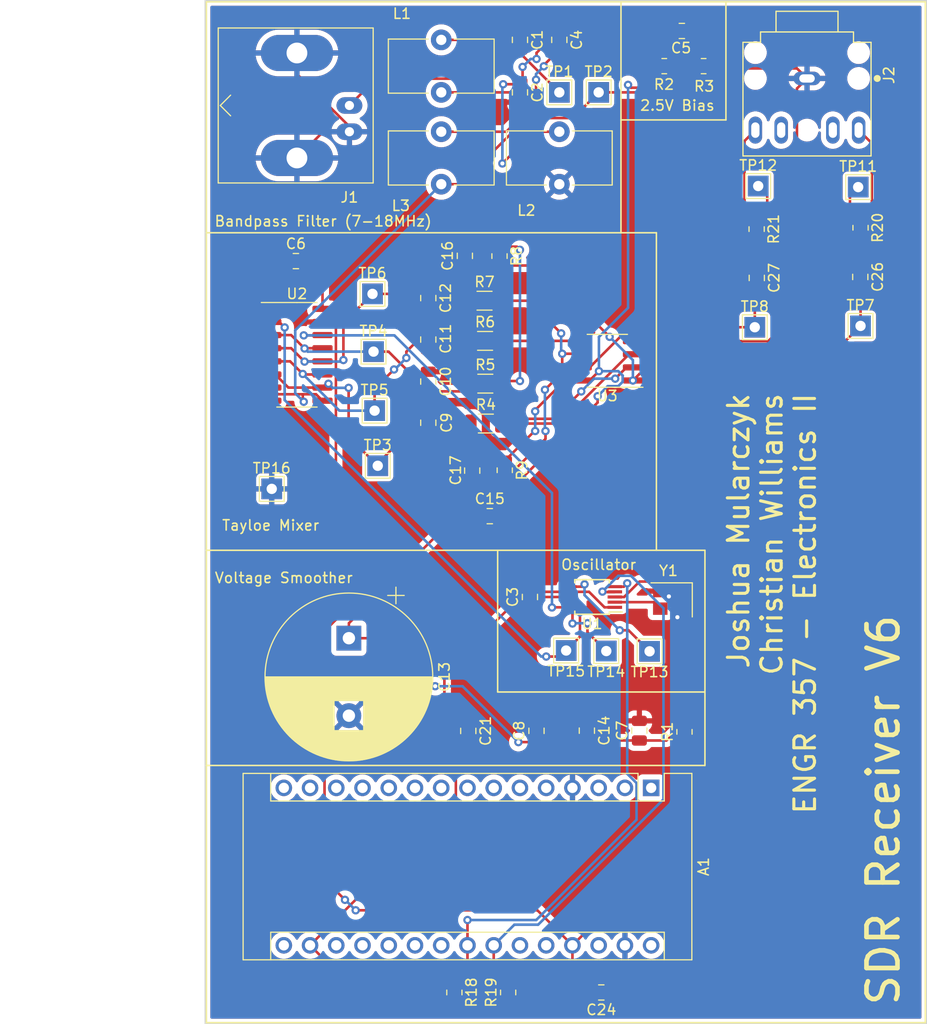
<source format=kicad_pcb>
(kicad_pcb (version 20211014) (generator pcbnew)
  (layers (0 "F.Cu" signal) (31 "B.Cu" signal) (34 "B.Paste" user) (35 "F.Paste" user) (36 "B.SilkS" user "B.Silkscreen") (37 "F.SilkS" user "F.Silkscreen") (38 "B.Mask" user) (39 "F.Mask" user) (44 "Edge.Cuts" user))
  (net 0 "")
  (net 1 "Net-(C10-Pad2)")
  (net 2 "Net-(C9-Pad1)")
  (net 3 "Net-(L3-Pad2)")
  (net 4 "Net-(C1-Pad2)")
  (net 5 "Net-(TP13-Pad1)")
  (net 6 "GND")
  (net 7 "Net-(TP15-Pad1)")
  (net 8 "Net-(TP14-Pad1)")
  (net 9 "Net-(C27-Pad1)")
  (net 10 "Net-(C26-Pad1)")
  (net 11 "Net-(C17-Pad1)")
  (net 12 "Net-(C16-Pad1)")
  (net 13 "Net-(C12-Pad2)")
  (net 14 "Net-(C11-Pad1)")
  (net 15 "Net-(R4-Pad2)")
  (net 16 "Net-(C17-Pad2)")
  (net 17 "Net-(R6-Pad2)")
  (net 18 "Net-(C16-Pad2)")
  (net 19 "+5V")
  (net 20 "Filtered 5V")
  (net 21 "/SDA")
  (net 22 "+3V3")
  (net 23 "/SCL")
  (net 24 "Net-(J2-Pad3)")
  (net 25 "Net-(J2-Pad2)")
  (net 26 "Net-(U1-Pad2)")
  (net 27 "Net-(U1-Pad3)")
  (net 52 "Net-(C2-Pad1)")
  (net 53 "Net-(C1-Pad1)")
  (net 54 "Net-(C4-Pad2)")
  (footprint "Module:Arduino_Nano" (layer "F.Cu") (at 119.38 127.01 -90)
    (fp_text reference "A1")
    (fp_text value "Arduino_Nano_v3.x")
  )
  (footprint "TestPoint:TestPoint_THTPad_2.0x2.0mm_Drill1.0mm" (layer "F.Cu") (at 92.9132 95.8342)
    (fp_text reference "TP3")
    (fp_text value "TestPoint")
  )
  (footprint "Capacitor_SMD:C_0805_2012Metric" (layer "F.Cu") (at 97.8047 83.6168 -90)
    (fp_text reference "C11")
    (fp_text value "5n")
  )
  (footprint "Capacitor_SMD:C_0805_2012Metric" (layer "F.Cu") (at 97.8047 87.6808 -90)
    (fp_text reference "C10")
    (fp_text value "5n")
  )
  (footprint "CUI_SJ1-3225N:CUI_SJ1-3525N" (layer "F.Cu") (at 134.4676 58.3438 -90)
    (fp_text reference "J2")
    (fp_text value "SJ1-3525N")
  )
  (footprint "Capacitor_SMD:C_0805_2012Metric" (layer "F.Cu") (at 101.346 75.5142 90)
    (fp_text reference "C16")
    (fp_text value "75p")
  )
  (footprint "Capacitor_SMD:C_0805_2012Metric" (layer "F.Cu") (at 106.68 54.61 -90)
    (fp_text reference "C1")
    (fp_text value "270p")
  )
  (footprint "Capacitor_SMD:C_0805_2012Metric" (layer "F.Cu") (at 114.554 146.812 180)
    (fp_text reference "C24")
    (fp_text value "0.1u")
  )
  (footprint "Capacitor_SMD:C_0805_2012Metric" (layer "F.Cu") (at 139.6238 77.5564 -90)
    (fp_text reference "C26")
    (fp_text value "10u")
  )
  (footprint "Inductor_THT:L_Toroid_Vertical_L10.0mm_W5.0mm_P5.08mm" (layer "F.Cu") (at 99.06 54.61)
    (fp_text reference "L1")
    (fp_text value "750n")
  )
  (footprint "TestPoint:TestPoint_THTPad_2.0x2.0mm_Drill1.0mm" (layer "F.Cu") (at 110.49 59.69)
    (fp_text reference "TP1")
    (fp_text value "TestPoint")
  )
  (footprint "Package_SO:SOIC-8_3.9x4.9mm_P1.27mm" (layer "F.Cu") (at 115.1382 85.6742 180)
    (fp_text reference "U3")
    (fp_text value "LT6231")
  )
  (footprint "Resistor_SMD:R_0805_2012Metric" (layer "F.Cu") (at 124.46 57.15)
    (fp_text reference "R3")
    (fp_text value "10k")
  )
  (footprint "TestPoint:TestPoint_THTPad_2.0x2.0mm_Drill1.0mm" (layer "F.Cu") (at 111.1504 113.7158 180)
    (fp_text reference "TP15")
    (fp_text value "TestPoint")
  )
  (footprint "TestPoint:TestPoint_THTPad_2.0x2.0mm_Drill1.0mm" (layer "F.Cu") (at 139.4206 68.8594)
    (fp_text reference "TP11")
    (fp_text value "TestPoint")
  )
  (footprint "Capacitor_SMD:C_0805_2012Metric" (layer "F.Cu") (at 101.6762 121.4984 -90)
    (fp_text reference "C21")
    (fp_text value "0.1u")
  )
  (footprint "Resistor_SMD:R_1206_3216Metric" (layer "F.Cu") (at 103.251 79.8576)
    (fp_text reference "R7")
    (fp_text value "200")
  )
  (footprint "Capacitor_SMD:C_0805_2012Metric" (layer "F.Cu") (at 103.759 100.711)
    (fp_text reference "C15")
    (fp_text value "0.1u")
  )
  (footprint "Capacitor_SMD:C_0805_2012Metric" (layer "F.Cu") (at 84.9884 76.0222)
    (fp_text reference "C6")
    (fp_text value "0.1u")
  )
  (footprint "Capacitor_SMD:C_0805_2012Metric" (layer "F.Cu") (at 107.6452 108.5342 90)
    (fp_text reference "C3")
    (fp_text value "0.1u")
  )
  (footprint "Resistor_SMD:R_0805_2012Metric" (layer "F.Cu") (at 100.33 146.812 -90)
    (fp_text reference "R18")
    (fp_text value "4.7k")
  )
  (footprint "Resistor_SMD:R_1206_3216Metric" (layer "F.Cu") (at 103.3018 83.7438)
    (fp_text reference "R6")
    (fp_text value "200")
  )
  (footprint "TestPoint:TestPoint_THTPad_2.0x2.0mm_Drill1.0mm" (layer "F.Cu") (at 92.5068 84.7852)
    (fp_text reference "TP4")
    (fp_text value "TestPoint")
  )
  (footprint "TestPoint:TestPoint_THTPad_2.0x2.0mm_Drill1.0mm" (layer "F.Cu") (at 129.7432 68.7578)
    (fp_text reference "TP12")
    (fp_text value "TestPoint")
  )
  (footprint "TestPoint:TestPoint_THTPad_2.0x2.0mm_Drill1.0mm" (layer "F.Cu") (at 129.413 82.423)
    (fp_text reference "TP8")
    (fp_text value "TestPoint")
  )
  (footprint "Resistor_SMD:R_0805_2012Metric" (layer "F.Cu") (at 120.65 57.15)
    (fp_text reference "R2")
    (fp_text value "10k")
  )
  (footprint "TestPoint:TestPoint_THTPad_2.0x2.0mm_Drill1.0mm" (layer "F.Cu") (at 82.6516 98.0694)
    (fp_text reference "TP16")
    (fp_text value "TestPoint")
  )
  (footprint "Capacitor_THT:CP_Radial_D16.0mm_P7.50mm" (layer "F.Cu") (at 90.1192 112.522 -90)
    (fp_text reference "C13")
    (fp_text value "8200u")
  )
  (footprint "TestPoint:TestPoint_THTPad_2.0x2.0mm_Drill1.0mm" (layer "F.Cu") (at 119.2276 113.792 180)
    (fp_text reference "TP13")
    (fp_text value "TestPoint")
  )
  (footprint "Resistor_SMD:R_1206_3216Metric" (layer "F.Cu") (at 103.3272 87.884)
    (fp_text reference "R5")
    (fp_text value "200")
  )
  (footprint "Capacitor_SMD:C_0805_2012Metric" (layer "F.Cu") (at 108.2802 121.4882 90)
    (fp_text reference "C8")
    (fp_text value "100n")
  )
  (footprint "Connector_Coaxial:BNC_Amphenol_B6252HB-NPP3G-50_Horizontal" (layer "F.Cu") (at 90.17 60.96 90)
    (fp_text reference "J1")
    (fp_text value "Conn_Coaxial")
  )
  (footprint "Resistor_SMD:R_0805_2012Metric" (layer "F.Cu") (at 104.6988 75.5377 -90)
    (fp_text reference "R8")
    (fp_text value "22k")
  )
  (footprint "Capacitor_SMD:C_0805_2012Metric" (layer "F.Cu") (at 110.49 54.61 -90)
    (fp_text reference "C4")
    (fp_text value "270p")
  )
  (footprint "TestPoint:TestPoint_THTPad_2.0x2.0mm_Drill1.0mm" (layer "F.Cu") (at 115.0366 113.7666 180)
    (fp_text reference "TP14")
    (fp_text value "TestPoint")
  )
  (footprint "Capacitor_SMD:C_0805_2012Metric" (layer "F.Cu") (at 122.3518 53.7464 180)
    (fp_text reference "C5")
    (fp_text value "0.1u")
  )
  (footprint "Crystal:Crystal_SMD_3225-4Pin_3.2x2.5mm" (layer "F.Cu") (at 121.3612 108.8136 180)
    (fp_text reference "Y1")
    (fp_text value "Crystal_GND24_Small")
  )
  (footprint "Resistor_SMD:R_1206_3216Metric" (layer "F.Cu") (at 103.378 91.7448)
    (fp_text reference "R4")
    (fp_text value "200")
  )
  (footprint "TestPoint:TestPoint_THTPad_2.0x2.0mm_Drill1.0mm" (layer "F.Cu") (at 139.6492 82.296)
    (fp_text reference "TP7")
    (fp_text value "TestPoint")
  )
  (footprint "Capacitor_SMD:C_0805_2012Metric" (layer "F.Cu") (at 102.0572 96.3016 -90)
    (fp_text reference "C17")
    (fp_text value "75p")
  )
  (footprint "TestPoint:TestPoint_THTPad_2.0x2.0mm_Drill1.0mm" (layer "F.Cu") (at 92.4052 79.1972)
    (fp_text reference "TP6")
    (fp_text value "TestPoint")
  )
  (footprint "Capacitor_SMD:C_0805_2012Metric" (layer "F.Cu") (at 97.8047 79.6036 -90)
    (fp_text reference "C12")
    (fp_text value "5n")
  )
  (footprint "Capacitor_SMD:C_0805_2012Metric" (layer "F.Cu") (at 97.8047 91.6686 -90)
    (fp_text reference "C9")
    (fp_text value "5n")
  )
  (footprint "Capacitor_SMD:C_0805_2012Metric" (layer "F.Cu") (at 106.68 59.69 -90)
    (fp_text reference "C2")
    (fp_text value "560p")
  )
  (footprint "TestPoint:TestPoint_THTPad_2.0x2.0mm_Drill1.0mm" (layer "F.Cu") (at 114.3 59.69)
    (fp_text reference "TP2")
    (fp_text value "TestPoint")
  )
  (footprint "Inductor_THT:L_Toroid_Vertical_L10.0mm_W5.0mm_P5.08mm" (layer "F.Cu") (at 110.49 63.5)
    (fp_text reference "L2")
    (fp_text value "360n")
  )
  (footprint "Capacitor_SMD:C_0805_2012Metric" (layer "F.Cu") (at 118.237 121.473 90)
    (fp_text reference "C7")
    (fp_text value "10n")
  )
  (footprint "Package_SO:MSOP-10_3x3mm_P0.5mm" (layer "F.Cu") (at 113.665 108.5342 180)
    (fp_text reference "U1")
    (fp_text value "Si5351A-B-GT")
  )
  (footprint "Capacitor_SMD:C_0805_2012Metric" (layer "F.Cu") (at 113.157 121.473 -90)
    (fp_text reference "C14")
    (fp_text value "0.1u")
  )
  (footprint "TestPoint:TestPoint_THTPad_2.0x2.0mm_Drill1.0mm" (layer "F.Cu") (at 92.6084 90.5002)
    (fp_text reference "TP5")
    (fp_text value "TestPoint")
  )
  (footprint "Resistor_SMD:R_0805_2012Metric" (layer "F.Cu") (at 139.6492 72.7945 -90)
    (fp_text reference "R20")
    (fp_text value "100")
  )
  (footprint "Resistor_SMD:R_0805_2012Metric" (layer "F.Cu") (at 122.6058 121.5879 90)
    (fp_text reference "R1")
    (fp_text value "1")
  )
  (footprint "Resistor_SMD:R_0805_2012Metric" (layer "F.Cu") (at 105.2068 96.266 90)
    (fp_text reference "R9")
    (fp_text value "22k")
  )
  (footprint "Inductor_THT:L_Toroid_Vertical_L10.0mm_W5.0mm_P5.08mm" (layer "F.Cu") (at 99.06 63.5)
    (fp_text reference "L3")
    (fp_text value "750n")
  )
  (footprint "Resistor_SMD:R_0805_2012Metric" (layer "F.Cu") (at 105.537 146.812 90)
    (fp_text reference "R19")
    (fp_text value "4.7k")
  )
  (footprint "Package_SO:SOIC-16_3.9x9.9mm_P1.27mm" (layer "F.Cu") (at 85.09 85.09)
    (fp_text reference "U2")
    (fp_text value "SN74CBT3253")
  )
  (footprint "Capacitor_SMD:C_0805_2012Metric" (layer "F.Cu") (at 129.606 77.6516 -90)
    (fp_text reference "C27")
    (fp_text value "10u")
  )
  (footprint "Resistor_SMD:R_0805_2012Metric" (layer "F.Cu") (at 129.5908 72.9253 -90)
    (fp_text reference "R21")
    (fp_text value "100")
  )
  (gr_line (start 119.888 73.279) (end 119.888 104.013) (layer "F.SilkS") (width 0.15))
  (gr_line (start 104.521 104.013) (end 104.521 117.729) (layer "F.SilkS") (width 0.15))
  (gr_line (start 124.587 124.841) (end 76.327 124.841) (layer "F.SilkS") (width 0.15))
  (gr_line (start 145.923 50.927) (end 76.327 50.927) (layer "F.SilkS") (width 0.15))
  (gr_line (start 76.327 149.733) (end 145.923 149.733) (layer "F.SilkS") (width 0.15))
  (gr_line (start 126.619 62.357) (end 116.459 62.357) (layer "F.SilkS") (width 0.15))
  (gr_line (start 116.459 73.279) (end 119.888 73.279) (layer "F.SilkS") (width 0.15))
  (gr_line (start 76.327 104.013) (end 76.327 149.733) (layer "F.SilkS") (width 0.15))
  (gr_line (start 76.327 50.927) (end 76.327 104.013) (layer "F.SilkS") (width 0.15))
  (gr_line (start 124.587 104.013) (end 124.587 124.841) (layer "F.SilkS") (width 0.15))
  (gr_line (start 126.619 62.357) (end 126.619 50.927) (layer "F.SilkS") (width 0.15))
  (gr_line (start 116.459 73.279) (end 116.459 50.927) (layer "F.SilkS") (width 0.15))
  (gr_line (start 76.327 73.279) (end 116.459 73.279) (layer "F.SilkS") (width 0.15))
  (gr_line (start 104.521 117.729) (end 124.587 117.729) (layer "F.SilkS") (width 0.15))
  (gr_line (start 76.327 104.013) (end 124.587 104.013) (layer "F.SilkS") (width 0.15))
  (gr_line (start 145.923 149.733) (end 145.923 50.927) (layer "F.SilkS") (width 0.15))
  (gr_line (start 76.2 149.86) (end 76.2 50.8) (layer "Edge.Cuts") (width 0.1))
  (gr_line (start 76.2 50.8) (end 146.05 50.8) (layer "Edge.Cuts") (width 0.1))
  (gr_line (start 146.05 50.8) (end 146.05 149.86) (layer "Edge.Cuts") (width 0.1))
  (gr_line (start 146.05 149.86) (end 76.2 149.86) (layer "Edge.Cuts") (width 0.1))
  (gr_text "Tayloe Mixer" (at 82.55 101.6) (layer "F.SilkS") (effects (font (size 1 1))))
  (gr_text "SDR Receiver V6" (at 141.859 129.159 90) (layer "F.SilkS") (effects (font (size 3 3) (thickness 0.45))))
  (gr_text "2.5V Bias" (at 121.92 60.96) (layer "F.SilkS") (effects (font (size 1 1))))
  (gr_text "Voltage Smoother" (at 83.82 106.68) (layer "F.SilkS") (effects (font (size 1 1))))
  (gr_text "Bandpass Filter (7-18MHz)" (at 87.63 72.1614) (layer "F.SilkS") (effects (font (size 1 1))))
  (gr_text "Joshua Mularczyk\nChristian Williams\nENGR 357 - Electronics II" (at 131.064 88.646 90) (layer "F.SilkS") (effects (font (size 2 2) (thickness 0.3)) (justify right)))
  (gr_text "Oscillator" (at 114.3 105.41) (layer "F.SilkS") (effects (font (size 1 1))))
  (segment (start 84.5312 83.185) (end 85.8266 84.4804) (width 0.25) (layer "F.Cu") (net 1))
  (segment (start 82.615 83.185) (end 84.5312 83.185) (width 0.25) (layer "F.Cu") (net 1))
  (segment (start 97.8047 88.6308) (end 101.1179 88.6308) (width 0.25) (layer "F.Cu") (net 1))
  (segment (start 101.1179 88.6308) (end 101.8647 87.884) (width 0.25) (layer "F.Cu") (net 1))
  (segment (start 92.5068 84.7852) (end 93.9591 84.7852) (width 0.25) (layer "F.Cu") (net 1))
  (segment (start 85.852 84.455) (end 85.8266 84.4804) (width 0.25) (layer "F.Cu") (net 1))
  (segment (start 87.565 84.455) (end 85.852 84.455) (width 0.25) (layer "F.Cu") (net 1))
  (segment (start 93.9591 84.7852) (end 97.8047 88.6308) (width 0.25) (layer "F.Cu") (net 1))
  (via (at 85.8266 84.4804) (size 0.8) (drill 0.4) (layers "F.Cu" "B.Cu") (net 1))
  (segment (start 86.1314 84.7852) (end 92.5068 84.7852) (width 0.25) (layer "B.Cu") (net 1))
  (segment (start 85.8266 84.4804) (end 86.1314 84.7852) (width 0.25) (layer "B.Cu") (net 1))
  (segment (start 87.9355 87.8945) (end 87.565 88.265) (width 0.25) (layer "F.Cu") (net 2))
  (segment (start 82.991072 86.995) (end 84.261072 88.265) (width 0.25) (layer "F.Cu") (net 2))
  (segment (start 84.261072 88.265) (end 87.565 88.265) (width 0.25) (layer "F.Cu") (net 2))
  (segment (start 90.0938 93.0148) (end 90.0938 88.2904) (width 0.25) (layer "F.Cu") (net 2))
  (segment (start 92.9132 95.8342) (end 90.0938 93.0148) (width 0.25) (layer "F.Cu") (net 2))
  (segment (start 100.8893 90.7186) (end 101.9155 91.7448) (width 0.25) (layer "F.Cu") (net 2))
  (segment (start 82.615 86.995) (end 82.991072 86.995) (width 0.25) (layer "F.Cu") (net 2))
  (segment (start 97.8047 90.7186) (end 100.8893 90.7186) (width 0.25) (layer "F.Cu") (net 2))
  (segment (start 92.9132 95.8342) (end 92.9132 95.6101) (width 0.25) (layer "F.Cu") (net 2))
  (segment (start 88.14002 87.8945) (end 87.9355 87.8945) (width 0.25) (layer "F.Cu") (net 2))
  (segment (start 92.9132 95.6101) (end 97.8047 90.7186) (width 0.25) (layer "F.Cu") (net 2))
  (via (at 88.14002 87.8945) (size 0.8) (drill 0.4) (layers "F.Cu" "B.Cu") (net 2))
  (via (at 90.0938 88.2904) (size 0.8) (drill 0.4) (layers "F.Cu" "B.Cu") (net 2))
  (segment (start 88.53592 88.2904) (end 88.14002 87.8945) (width 0.25) (layer "B.Cu") (net 2))
  (segment (start 90.0938 88.2904) (end 88.53592 88.2904) (width 0.25) (layer "B.Cu") (net 2))
  (segment (start 114.3 59.69) (end 119.0225 59.69) (width 0.25) (layer "F.Cu") (net 3))
  (segment (start 119.0225 59.69) (end 121.5625 57.15) (width 0.25) (layer "F.Cu") (net 3))
  (segment (start 114.3 59.69) (end 111.814511 62.175489) (width 0.25) (layer "F.Cu") (net 3))
  (segment (start 111.814511 62.175489) (end 107.317722 62.175489) (width 0.25) (layer "F.Cu") (net 3))
  (segment (start 85.65928 88.91048) (end 86.94048 88.91048) (width 0.25) (layer "F.Cu") (net 3))
  (segment (start 85.65928 89.54548) (end 85.7504 89.6366) (width 0.25) (layer "F.Cu") (net 3))
  (segment (start 86.94048 88.91048) (end 87.565 89.535) (width 0.25) (layer "F.Cu") (net 3))
  (segment (start 100.913211 68.58) (end 99.06 68.58) (width 0.25) (layer "F.Cu") (net 3))
  (segment (start 107.317722 62.175489) (end 100.913211 68.58) (width 0.25) (layer "F.Cu") (net 3))
  (segment (start 82.615 88.265) (end 83.26048 88.91048) (width 0.25) (layer "F.Cu") (net 3))
  (segment (start 83.26048 88.91048) (end 85.65928 88.91048) (width 0.25) (layer "F.Cu") (net 3))
  (segment (start 85.65928 88.91048) (end 85.65928 89.54548) (width 0.25) (layer "F.Cu") (net 3))
  (segment (start 121.5625 57.15) (end 123.5475 57.15) (width 0.25) (layer "F.Cu") (net 3))
  (via (at 85.7504 89.6366) (size 0.8) (drill 0.4) (layers "F.Cu" "B.Cu") (net 3))
  (segment (start 85.7504 89.6366) (end 84.924289 88.810489) (width 0.25) (layer "B.Cu") (net 3))
  (segment (start 84.924289 82.715711) (end 99.06 68.58) (width 0.25) (layer "B.Cu") (net 3))
  (segment (start 84.924289 88.810489) (end 84.924289 82.715711) (width 0.25) (layer "B.Cu") (net 3))
  (segment (start 106.68 55.88) (end 110.49 59.69) (width 0.25) (layer "F.Cu") (net 4))
  (segment (start 92.764511 58.365489) (end 103.874511 58.365489) (width 0.25) (layer "F.Cu") (net 4))
  (segment (start 90.17 60.96) (end 92.764511 58.365489) (width 0.25) (layer "F.Cu") (net 4))
  (segment (start 103.874511 58.365489) (end 106.68 55.56) (width 0.25) (layer "F.Cu") (net 4))
  (segment (start 106.68 55.56) (end 106.68 55.88) (width 0.25) (layer "F.Cu") (net 4))
  (segment (start 111.465 107.5342) (end 112.707738 107.5342) (width 0.25) (layer "F.Cu") (net 5))
  (segment (start 117.1956 111.76) (end 119.2276 113.792) (width 0.25) (layer "F.Cu") (net 5))
  (segment (start 112.707738 107.5342) (end 112.932238 107.3097) (width 0.25) (layer "F.Cu") (net 5))
  (segment (start 116.339801 111.76) (end 117.1956 111.76) (width 0.25) (layer "F.Cu") (net 5))
  (via (at 112.932238 107.3097) (size 0.8) (drill 0.4) (layers "F.Cu" "B.Cu") (net 5))
  (via (at 116.339801 111.76) (size 0.8) (drill 0.4) (layers "F.Cu" "B.Cu") (net 5))
  (segment (start 112.932238 107.3097) (end 112.932238 108.352437) (width 0.25) (layer "B.Cu") (net 5))
  (segment (start 112.932238 108.352437) (end 116.339801 111.76) (width 0.25) (layer "B.Cu") (net 5))
  (segment (start 130.715822 83.7692) (end 117.6132 83.7692) (width 0.25) (layer "F.Cu") (net 6))
  (segment (start 107.6452 109.4842) (end 108.5952 108.5342) (width 0.25) (layer "F.Cu") (net 6))
  (segment (start 120.580943 107.9636) (end 121.097032 108.479689) (width 0.25) (layer "F.Cu") (net 6))
  (segment (start 121.92 110.49) (end 121.92 110.2048) (width 0.25) (layer "F.Cu") (net 6))
  (segment (start 133.493079 80.991943) (end 130.715822 83.7692) (width 0.25) (layer "F.Cu") (net 6))
  (segment (start 87.63 63.5) (end 90.17 63.5) (width 0.25) (layer "F.Cu") (net 6))
  (segment (start 133.493079 57.369279) (end 125.591779 57.369279) (width 0.25) (layer "F.Cu") (net 6))
  (segment (start 85.09 57.920311) (end 90.17 63.000311) (width 0.25) (layer "F.Cu") (net 6))
  (segment (start 108.5952 108.5342) (end 111.465 108.5342) (width 0.25) (layer "F.Cu") (net 6))
  (segment (start 121.92 110.2048) (end 122.4612 109.6636) (width 0.25) (layer "F.Cu") (net 6))
  (segment (start 85.09 66.04) (end 87.63 63.5) (width 0.25) (layer "F.Cu") (net 6))
  (segment (start 90.17 63.000311) (end 90.17 63.5) (width 0.25) (layer "F.Cu") (net 6))
  (segment (start 120.2612 107.9636) (end 120.580943 107.9636) (width 0.25) (layer "F.Cu") (net 6))
  (segment (start 133.493079 59.318321) (end 133.493079 80.991943) (width 0.25) (layer "F.Cu") (net 6))
  (segment (start 134.4676 58.3438) (end 133.493079 59.318321) (width 0.25) (layer "F.Cu") (net 6))
  (segment (start 125.591779 57.369279) (end 125.3725 57.15) (width 0.25) (layer "F.Cu") (net 6))
  (segment (start 85.09 55.88) (end 85.09 57.920311) (width 0.25) (layer "F.Cu") (net 6))
  (segment (start 134.4676 58.3438) (end 133.493079 57.369279) (width 0.25) (layer "F.Cu") (net 6))
  (via (at 121.92 110.49) (size 0.8) (drill 0.4) (layers "F.Cu" "B.Cu") (net 6))
  (via (at 121.097032 108.479689) (size 0.8) (drill 0.4) (layers "F.Cu" "B.Cu") (net 6))
  (segment (start 121.097032 108.479689) (end 121.097032 109.667032) (width 0.25) (layer "B.Cu") (net 6))
  (segment (start 121.097032 109.667032) (end 121.92 110.49) (width 0.25) (layer "B.Cu") (net 6))
  (segment (start 109.22 114.3) (end 110.5662 114.3) (width 0.25) (layer "F.Cu") (net 7))
  (segment (start 83.37223 81.915) (end 83.902251 82.445021) (width 0.25) (layer "F.Cu") (net 7))
  (segment (start 82.615 81.915) (end 83.37223 81.915) (width 0.25) (layer "F.Cu") (net 7))
  (segment (start 111.1504 113.7158) (end 112.489511 112.376689) (width 0.25) (layer "F.Cu") (net 7))
  (segment (start 112.489511 112.376689) (end 112.489511 109.059689) (width 0.25) (layer "F.Cu") (net 7))
  (segment (start 112.464022 109.0342) (end 111.465 109.0342) (width 0.25) (layer "F.Cu") (net 7))
  (segment (start 112.489511 109.059689) (end 112.464022 109.0342) (width 0.25) (layer "F.Cu") (net 7))
  (segment (start 110.5662 114.3) (end 111.1504 113.7158) (width 0.25) (layer "F.Cu") (net 7))
  (via (at 109.22 114.3) (size 0.8) (drill 0.4) (layers "F.Cu" "B.Cu") (net 7))
  (via (at 83.902251 82.445021) (size 0.8) (drill 0.4) (layers "F.Cu" "B.Cu") (net 7))
  (segment (start 108.729978 114.3) (end 109.22 114.3) (width 0.25) (layer "B.Cu") (net 7))
  (segment (start 83.902251 89.472273) (end 108.729978 114.3) (width 0.25) (layer "B.Cu") (net 7))
  (segment (start 83.902251 82.445021) (end 83.902251 89.472273) (width 0.25) (layer "B.Cu") (net 7))
  (segment (start 111.765011 111.0996) (end 111.765011 109.834211) (width 0.25) (layer "F.Cu") (net 8))
  (segment (start 87.5396 83.2104) (end 87.565 83.185) (width 0.25) (layer "F.Cu") (net 8))
  (segment (start 85.7504 83.2104) (end 87.5396 83.2104) (width 0.25) (layer "F.Cu") (net 8))
  (segment (start 115.0366 113.7666) (end 113.214011 111.944011) (width 0.25) (layer "F.Cu") (net 8))
  (segment (start 111.465 109.5342) (end 109.7948 109.5342) (width 0.25) (layer "F.Cu") (net 8))
  (segment (start 111.765011 109.834211) (end 111.465 109.5342) (width 0.25) (layer "F.Cu") (net 8))
  (segment (start 113.214011 111.944011) (end 113.214011 111.0742) (width 0.25) (layer "F.Cu") (net 8))
  (segment (start 109.7948 109.5342) (end 109.7788 109.5502) (width 0.25) (layer "F.Cu") (net 8))
  (via (at 85.7504 83.2104) (size 0.8) (drill 0.4) (layers "F.Cu" "B.Cu") (net 8))
  (via (at 109.7788 109.5502) (size 0.8) (drill 0.4) (layers "F.Cu" "B.Cu") (net 8))
  (via (at 113.214011 111.0742) (size 0.8) (drill 0.4) (layers "F.Cu" "B.Cu") (net 8))
  (via (at 111.765011 111.0996) (size 0.8) (drill 0.4) (layers "F.Cu" "B.Cu") (net 8))
  (segment (start 113.214011 111.0742) (end 111.790411 111.0742) (width 0.25) (layer "B.Cu") (net 8))
  (segment (start 109.7788 109.5502) (end 109.7788 98.467186) (width 0.25) (layer "B.Cu") (net 8))
  (segment (start 111.790411 111.0742) (end 111.765011 111.0996) (width 0.25) (layer "B.Cu") (net 8))
  (segment (start 94.522014 83.2104) (end 85.7504 83.2104) (width 0.25) (layer "B.Cu") (net 8))
  (segment (start 109.7788 98.467186) (end 94.522014 83.2104) (width 0.25) (layer "B.Cu") (net 8))
  (segment (start 129.5908 76.6864) (end 129.606 76.7016) (width 0.25) (layer "F.Cu") (net 9))
  (segment (start 130.61532 69.62992) (end 130.61532 72.81328) (width 0.25) (layer "F.Cu") (net 9))
  (segment (start 129.5908 73.8378) (end 129.5908 76.6864) (width 0.25) (layer "F.Cu") (net 9))
  (segment (start 129.7432 68.7578) (end 130.61532 69.62992) (width 0.25) (layer "F.Cu") (net 9))
  (segment (start 130.61532 72.81328) (end 129.5908 73.8378) (width 0.25) (layer "F.Cu") (net 9))
  (segment (start 139.6492 76.581) (end 139.6238 76.6064) (width 0.25) (layer "F.Cu") (net 10))
  (segment (start 138.62468 72.68248) (end 139.6492 73.707) (width 0.25) (layer "F.Cu") (net 10))
  (segment (start 139.6492 73.707) (end 139.6492 76.581) (width 0.25) (layer "F.Cu") (net 10))
  (segment (start 138.62468 69.65532) (end 138.62468 72.68248) (width 0.25) (layer "F.Cu") (net 10))
  (segment (start 139.4206 68.8594) (end 138.62468 69.65532) (width 0.25) (layer "F.Cu") (net 10))
  (segment (start 129.413 82.423) (end 117.313328 82.423) (width 0.25) (layer "F.Cu") (net 11))
  (segment (start 108.1532 90.443128) (end 112.287128 86.3092) (width 0.25) (layer "F.Cu") (net 11))
  (segment (start 102.0572 95.3516) (end 105.2049 95.3516) (width 0.25) (layer "F.Cu") (net 11))
  (segment (start 108.091 92.4693) (end 108.1532 92.4693) (width 0.25) (layer "F.Cu") (net 11))
  (segment (start 117.313328 82.423) (end 113.427128 86.3092) (width 0.25) (layer "F.Cu") (net 11))
  (segment (start 129.413 78.7946) (end 129.413 82.423) (width 0.25) (layer "F.Cu") (net 11))
  (segment (start 113.427128 86.3092) (end 112.6632 86.3092) (width 0.25) (layer "F.Cu") (net 11))
  (segment (start 105.2049 95.3516) (end 105.2068 95.3535) (width 0.25) (layer "F.Cu") (net 11))
  (segment (start 112.287128 86.3092) (end 112.6632 86.3092) (width 0.25) (layer "F.Cu") (net 11))
  (segment (start 108.1532 90.5631) (end 108.1532 90.443128) (width 0.25) (layer "F.Cu") (net 11))
  (segment (start 105.2068 95.3535) (end 108.091 92.4693) (width 0.25) (layer "F.Cu") (net 11))
  (segment (start 129.606 78.6016) (end 129.413 78.7946) (width 0.25) (layer "F.Cu") (net 11))
  (via (at 108.1532 90.5631) (size 0.8) (drill 0.4) (layers "F.Cu" "B.Cu") (net 11))
  (via (at 108.1532 92.4693) (size 0.8) (drill 0.4) (layers "F.Cu" "B.Cu") (net 11))
  (segment (start 108.1532 92.4693) (end 108.1532 90.5631) (width 0.25) (layer "B.Cu") (net 11))
  (segment (start 104.6988 76.4502) (end 101.36 76.4502) (width 0.25) (layer "F.Cu") (net 12))
  (segment (start 139.6492 78.5318) (end 139.6492 82.296) (width 0.25) (layer "F.Cu") (net 12))
  (segment (start 108.4542 76.4502) (end 115.357865 83.353865) (width 0.25) (layer "F.Cu") (net 12))
  (segment (start 104.6988 76.4502) (end 108.4542 76.4502) (width 0.25) (layer "F.Cu") (net 12))
  (segment (start 101.36 76.4502) (end 101.346 76.4642) (width 0.25) (layer "F.Cu") (net 12))
  (segment (start 135.01148 86.93372) (end 118.25868 86.93372) (width 0.25) (layer "F.Cu") (net 12))
  (segment (start 118.25868 86.93372) (end 117.6132 87.5792) (width 0.25) (layer "F.Cu") (net 12))
  (segment (start 139.6492 82.296) (end 135.01148 86.93372) (width 0.25) (layer "F.Cu") (net 12))
  (segment (start 139.6238 78.5064) (end 139.6492 78.5318) (width 0.25) (layer "F.Cu") (net 12))
  (via (at 117.6132 87.5792) (size 0.8) (drill 0.4) (layers "F.Cu" "B.Cu") (net 12))
  (via (at 115.357865 83.353865) (size 0.8) (drill 0.4) (layers "F.Cu" "B.Cu") (net 12))
  (segment (start 117.6132 85.6092) (end 117.6132 87.5792) (width 0.25) (layer "B.Cu") (net 12))
  (segment (start 115.357865 83.353865) (end 117.6132 85.6092) (width 0.25) (layer "B.Cu") (net 12))
  (segment (start 96.4483 79.1972) (end 97.8047 80.5536) (width 0.25) (layer "F.Cu") (net 13))
  (segment (start 97.8047 80.5536) (end 101.0925 80.5536) (width 0.25) (layer "F.Cu") (net 13))
  (segment (start 101.0925 80.5536) (end 101.7885 79.8576) (width 0.25) (layer "F.Cu") (net 13))
  (segment (start 89.58902 85.598) (end 89.58902 82.01338) (width 0.25) (layer "F.Cu") (net 13))
  (segment (start 84.5312 84.455) (end 85.8266 85.7504) (width 0.25) (layer "F.Cu") (net 13))
  (segment (start 82.615 84.455) (end 84.5312 84.455) (width 0.25) (layer "F.Cu") (net 13))
  (segment (start 87.565 85.725) (end 85.852 85.725) (width 0.25) (layer "F.Cu") (net 13))
  (segment (start 89.58902 82.01338) (end 92.4052 79.1972) (width 0.25) (layer "F.Cu") (net 13))
  (segment (start 85.852 85.725) (end 85.8266 85.7504) (width 0.25) (layer "F.Cu") (net 13))
  (segment (start 92.4052 79.1972) (end 96.4483 79.1972) (width 0.25) (layer "F.Cu") (net 13))
  (via (at 89.58902 85.598) (size 0.8) (drill 0.4) (layers "F.Cu" "B.Cu") (net 13))
  (via (at 85.8266 85.7504) (size 0.8) (drill 0.4) (layers "F.Cu" "B.Cu") (net 13))
  (segment (start 89.43662 85.7504) (end 89.58902 85.598) (width 0.25) (layer "B.Cu") (net 13))
  (segment (start 85.8266 85.7504) (end 89.43662 85.7504) (width 0.25) (layer "B.Cu") (net 13))
  (segment (start 87.565 86.995) (end 85.6996 86.995) (width 0.25) (layer "F.Cu") (net 14))
  (segment (start 92.6084 88.392) (end 94.488 86.5124) (width 0.25) (layer "F.Cu") (net 14))
  (segment (start 92.6084 90.5002) (end 92.6084 88.392) (width 0.25) (layer "F.Cu") (net 14))
  (segment (start 84.4296 85.725) (end 85.6488 86.9442) (width 0.25) (layer "F.Cu") (net 14))
  (segment (start 95.6818 85.3948) (end 95.6818 84.7897) (width 0.25) (layer "F.Cu") (net 14))
  (segment (start 97.8047 82.6668) (end 100.7623 82.6668) (width 0.25) (layer "F.Cu") (net 14))
  (segment (start 85.6996 86.995) (end 85.6488 86.9442) (width 0.25) (layer "F.Cu") (net 14))
  (segment (start 100.7623 82.6668) (end 101.8393 83.7438) (width 0.25) (layer "F.Cu") (net 14))
  (segment (start 82.615 85.725) (end 84.4296 85.725) (width 0.25) (layer "F.Cu") (net 14))
  (segment (start 95.6818 84.7897) (end 97.8047 82.6668) (width 0.25) (layer "F.Cu") (net 14))
  (via (at 85.6488 86.9442) (size 0.8) (drill 0.4) (layers "F.Cu" "B.Cu") (net 14))
  (via (at 95.6818 85.3948) (size 0.8) (drill 0.4) (layers "F.Cu" "B.Cu") (net 14))
  (via (at 94.488 86.5124) (size 0.8) (drill 0.4) (layers "F.Cu" "B.Cu") (net 14))
  (segment (start 94.488 86.5124) (end 94.5642 86.5124) (width 0.25) (layer "B.Cu") (net 14))
  (segment (start 89.2048 90.5002) (end 92.6084 90.5002) (width 0.25) (layer "B.Cu") (net 14))
  (segment (start 94.5642 86.5124) (end 95.6818 85.3948) (width 0.25) (layer "B.Cu") (net 14))
  (segment (start 85.6488 86.9442) (end 89.2048 90.5002) (width 0.25) (layer "B.Cu") (net 14))
  (segment (start 104.8405 91.7448) (end 110.531528 91.7448) (width 0.25) (layer "F.Cu") (net 15))
  (segment (start 117.237128 85.0392) (end 117.6132 85.0392) (width 0.25) (layer "F.Cu") (net 15))
  (segment (start 110.531528 91.7448) (end 117.237128 85.0392) (width 0.25) (layer "F.Cu") (net 15))
  (segment (start 110.7694 84.9884) (end 112.6124 84.9884) (width 0.25) (layer "F.Cu") (net 16))
  (segment (start 104.7135 79.8576) (end 107.5061 79.8576) (width 0.25) (layer "F.Cu") (net 16))
  (segment (start 107.5061 79.8576) (end 110.6678 83.0193) (width 0.25) (layer "F.Cu") (net 16))
  (segment (start 110.7694 86.80233) (end 110.7694 84.9884) (width 0.25) (layer "F.Cu") (net 16))
  (segment (start 109.098265 88.473465) (end 110.7694 86.80233) (width 0.25) (layer "F.Cu") (net 16))
  (segment (start 112.6124 84.9884) (end 112.6632 85.0392) (width 0.25) (layer "F.Cu") (net 16))
  (segment (start 105.2068 97.1785) (end 109.152703 93.232597) (width 0.25) (layer "F.Cu") (net 16))
  (segment (start 109.152703 93.232597) (end 109.152703 92.4693) (width 0.25) (layer "F.Cu") (net 16))
  (segment (start 105.1337 97.2516) (end 105.2068 97.1785) (width 0.25) (layer "F.Cu") (net 16))
  (segment (start 102.0572 97.2516) (end 105.1337 97.2516) (width 0.25) (layer "F.Cu") (net 16))
  (via (at 110.7694 84.9884) (size 0.8) (drill 0.4) (layers "F.Cu" "B.Cu") (net 16))
  (via (at 110.6678 83.0193) (size 0.8) (drill 0.4) (layers "F.Cu" "B.Cu") (net 16))
  (via (at 109.152703 92.4693) (size 0.8) (drill 0.4) (layers "F.Cu" "B.Cu") (net 16))
  (via (at 109.098265 88.473465) (size 0.8) (drill 0.4) (layers "F.Cu" "B.Cu") (net 16))
  (segment (start 109.093 92.409597) (end 109.093 89.1286) (width 0.25) (layer "B.Cu") (net 16))
  (segment (start 109.098265 89.123335) (end 109.098265 88.473465) (width 0.25) (layer "B.Cu") (net 16))
  (segment (start 110.6678 83.0193) (end 110.6678 84.8868) (width 0.25) (layer "B.Cu") (net 16))
  (segment (start 109.093 89.1286) (end 109.098265 89.123335) (width 0.25) (layer "B.Cu") (net 16))
  (segment (start 110.6678 84.8868) (end 110.7694 84.9884) (width 0.25) (layer "B.Cu") (net 16))
  (segment (start 109.152703 92.4693) (end 109.093 92.409597) (width 0.25) (layer "B.Cu") (net 16))
  (segment (start 104.7643 83.7438) (end 112.6378 83.7438) (width 0.25) (layer "F.Cu") (net 17))
  (segment (start 112.6378 83.7438) (end 112.6632 83.7692) (width 0.25) (layer "F.Cu") (net 17))
  (segment (start 104.7897 87.884) (end 104.7897 89.4989) (width 0.25) (layer "F.Cu") (net 18))
  (segment (start 115.899863 87.401063) (end 116.991726 86.3092) (width 0.25) (layer "F.Cu") (net 18))
  (segment (start 104.7897 89.4989) (end 106.5784 91.2876) (width 0.25) (layer "F.Cu") (net 18))
  (segment (start 106.5784 91.2876) (end 109.96413 91.2876) (width 0.25) (layer "F.Cu") (net 18))
  (segment (start 105.0437 87.63) (end 104.7897 87.884) (width 0.25) (layer "F.Cu") (net 18))
  (segment (start 101.346 74.5642) (end 104.6378 74.5642) (width 0.25) (layer "F.Cu") (net 18))
  (segment (start 106.68 87.63) (end 105.0437 87.63) (width 0.25) (layer "F.Cu") (net 18))
  (segment (start 106.3752 74.6252) (end 106.68 74.93) (width 0.25) (layer "F.Cu") (net 18))
  (segment (start 104.6378 74.5642) (end 104.6988 74.6252) (width 0.25) (layer "F.Cu") (net 18))
  (segment (start 116.991726 86.3092) (end 117.6132 86.3092) (width 0.25) (layer "F.Cu") (net 18))
  (segment (start 104.6988 74.6252) (end 106.3752 74.6252) (width 0.25) (layer "F.Cu") (net 18))
  (segment (start 109.96413 91.2876) (end 112.614665 88.637065) (width 0.25) (layer "F.Cu") (net 18))
  (via (at 115.899863 87.401063) (size 0.8) (drill 0.4) (layers "F.Cu" "B.Cu") (net 18))
  (via (at 106.68 74.93) (size 0.8) (drill 0.4) (layers "F.Cu" "B.Cu") (net 18))
  (via (at 112.614665 88.637065) (size 0.8) (drill 0.4) (layers "F.Cu" "B.Cu") (net 18))
  (via (at 106.68 87.63) (size 0.8) (drill 0.4) (layers "F.Cu" "B.Cu") (net 18))
  (segment (start 113.850667 87.401063) (end 115.899863 87.401063) (width 0.25) (layer "B.Cu") (net 18))
  (segment (start 112.614665 88.637065) (end 113.850667 87.401063) (width 0.25) (layer "B.Cu") (net 18))
  (segment (start 106.68 74.93) (end 106.68 87.63) (width 0.25) (layer "B.Cu") (net 18))
  (segment (start 122.6058 131.4042) (end 111.76 142.25) (width 0.25) (layer "F.Cu") (net 19))
  (segment (start 111.76 144.968) (end 113.604 146.812) (width 0.25) (layer "F.Cu") (net 19))
  (segment (start 87.941072 80.645) (end 88.86452 81.568448) (width 0.25) (layer "F.Cu") (net 19))
  (segment (start 88.86452 81.568448) (end 88.86452 110.727658) (width 0.25) (layer "F.Cu") (net 19))
  (segment (start 87.565 77.6488) (end 87.565 80.645) (width 0.25) (layer "F.Cu") (net 19))
  (segment (start 90.776199 138.858399) (end 108.368399 138.858399) (width 0.25) (layer "F.Cu") (net 19))
  (segment (start 88.86452 110.727658) (end 87.761641 111.830537) (width 0.25) (layer "F.Cu") (net 19))
  (segment (start 85.9384 76.0222) (end 87.565 77.6488) (width 0.25) (layer "F.Cu") (net 19))
  (segment (start 108.368399 138.858399) (end 111.76 142.25) (width 0.25) (layer "F.Cu") (net 19))
  (segment (start 87.565 80.645) (end 87.941072 80.645) (width 0.25) (layer "F.Cu") (net 19))
  (segment (start 87.761641 111.830537) (end 87.761641 135.869241) (width 0.25) (layer "F.Cu") (net 19))
  (segment (start 87.761641 135.869241) (end 89.738901 137.846501) (width 0.25) (layer "F.Cu") (net 19))
  (segment (start 122.6058 122.5004) (end 122.6058 131.4042) (width 0.25) (layer "F.Cu") (net 19))
  (segment (start 111.76 142.25) (end 111.76 144.968) (width 0.25) (layer "F.Cu") (net 19))
  (via (at 89.738901 137.846501) (size 0.8) (drill 0.4) (layers "F.Cu" "B.Cu") (net 19))
  (via (at 90.776199 138.858399) (size 0.8) (drill 0.4) (layers "F.Cu" "B.Cu") (net 19))
  (segment (start 89.764301 137.846501) (end 90.776199 138.858399) (width 0.25) (layer "B.Cu") (net 19))
  (segment (start 89.738901 137.846501) (end 89.764301 137.846501) (width 0.25) (layer "B.Cu") (net 19))
  (segment (start 90.1192 112.522) (end 93.8276 112.522) (width 0.25) (layer "F.Cu") (net 20))
  (segment (start 113.157 122.423) (end 118.237 122.423) (width 0.25) (layer "F.Cu") (net 20))
  (segment (start 108.2802 122.4382) (end 113.1418 122.4382) (width 0.25) (layer "F.Cu") (net 20))
  (segment (start 93.8276 112.522) (end 98.4758 117.1702) (width 0.25) (layer "F.Cu") (net 20))
  (segment (start 104.248813 99.66148) (end 114.198063 89.71223) (width 0.25) (layer "F.Cu") (net 20))
  (segment (start 103.65948 99.66148) (end 101.52972 99.66148) (width 0.25) (layer "F.Cu") (net 20))
  (segment (start 120.8582 122.423) (end 122.6058 120.6754) (width 0.25) (layer "F.Cu") (net 20))
  (segment (start 118.237 122.423) (end 120.8582 122.423) (width 0.25) (layer "F.Cu") (net 20))
  (segment (start 121.4018 53.7464) (end 121.4018 55.4857) (width 0.25) (layer "F.Cu") (net 20))
  (segment (start 119.7375 58.339282) (end 118.836302 59.24048) (width 0.25) (layer "F.Cu") (net 20))
  (segment (start 103.65948 99.66148) (end 104.248813 99.66148) (width 0.25) (layer "F.Cu") (net 20))
  (segment (start 108.138 122.5804) (end 108.2802 122.4382) (width 0.25) (layer "F.Cu") (net 20))
  (segment (start 90.1192 111.072) (end 90.1192 112.522) (width 0.25) (layer "F.Cu") (net 20))
  (segment (start 119.7375 57.15) (end 119.7375 58.339282) (width 0.25) (layer "F.Cu") (net 20))
  (segment (start 114.198063 89.71223) (end 114.198063 89.102863) (width 0.25) (layer "F.Cu") (net 20))
  (segment (start 118.836302 59.24048) (end 117.41978 59.24048) (width 0.25) (layer "F.Cu") (net 20))
  (segment (start 104.709 100.711) (end 103.65948 99.66148) (width 0.25) (layer "F.Cu") (net 20))
  (segment (start 113.1418 122.4382) (end 113.157 122.423) (width 0.25) (layer "F.Cu") (net 20))
  (segment (start 121.4018 55.4857) (end 119.7375 57.15) (width 0.25) (layer "F.Cu") (net 20))
  (segment (start 113.422763 87.5792) (end 112.6632 87.5792) (width 0.25) (layer "F.Cu") (net 20))
  (segment (start 114.3254 86.676563) (end 113.422763 87.5792) (width 0.25) (layer "F.Cu") (net 20))
  (segment (start 106.5276 122.5804) (end 108.138 122.5804) (width 0.25) (layer "F.Cu") (net 20))
  (segment (start 101.52972 99.66148) (end 90.1192 111.072) (width 0.25) (layer "F.Cu") (net 20))
  (segment (start 117.41978 59.24048) (end 117.1448 58.9655) (width 0.25) (layer "F.Cu") (net 20))
  (via (at 117.1448 58.9655) (size 0.8) (drill 0.4) (layers "F.Cu" "B.Cu") (net 20))
  (via (at 114.3254 86.676563) (size 0.8) (drill 0.4) (layers "F.Cu" "B.Cu") (net 20))
  (via (at 98.4758 117.1702) (size 0.8) (drill 0.4) (layers "F.Cu" "B.Cu") (net 20))
  (via (at 114.198063 89.102863) (size 0.8) (drill 0.4) (layers "F.Cu" "B.Cu") (net 20))
  (via (at 106.5276 122.5804) (size 0.8) (drill 0.4) (layers "F.Cu" "B.Cu") (net 20))
  (segment (start 114.198063 89.102863) (end 115.175352 88.125574) (width 0.25) (layer "B.Cu") (net 20))
  (segment (start 116.199977 86.676563) (end 114.3254 86.676563) (width 0.25) (layer "B.Cu") (net 20))
  (segment (start 98.4758 117.1702) (end 101.1174 117.1702) (width 0.25) (layer "B.Cu") (net 20))
  (segment (start 116.199966 88.125574) (end 116.624374 87.701166) (width 0.25) (layer "B.Cu") (net 20))
  (segment (start 101.1174 117.1702) (end 106.5276 122.5804) (width 0.25) (layer "B.Cu") (net 20))
  (segment (start 116.624374 87.701166) (end 116.624374 87.10096) (width 0.25) (layer "B.Cu") (net 20))
  (segment (start 116.624374 87.10096) (end 116.199977 86.676563) (width 0.25) (layer "B.Cu") (net 20))
  (segment (start 117.1448 80.542316) (end 114.3254 83.361716) (width 0.25) (layer "B.Cu") (net 20))
  (segment (start 117.1448 58.9655) (end 117.1448 80.542316) (width 0.25) (layer "B.Cu") (net 20))
  (segment (start 114.3254 83.361716) (end 114.3254 86.676563) (width 0.25) (layer "B.Cu") (net 20))
  (segment (start 115.175352 88.125574) (end 116.199966 88.125574) (width 0.25) (layer "B.Cu") (net 20))
  (segment (start 116.739202 107.5342) (end 117.064301 107.209101) (width 0.25) (layer "F.Cu") (net 21))
  (segment (start 115.865 107.5342) (end 116.739202 107.5342) (width 0.25) (layer "F.Cu") (net 21))
  (segment (start 100.33 145.8995) (end 101.6 144.6295) (width 0.25) (layer "F.Cu") (net 21))
  (segment (start 101.6 144.6295) (end 101.6 142.25) (width 0.25) (layer "F.Cu") (net 21))
  (segment (start 101.6 139.8016) (end 101.6 142.25) (width 0.25) (layer "F.Cu") (net 21))
  (via (at 117.064301 107.209101) (size 0.8) (drill 0.4) (layers "F.Cu" "B.Cu") (net 21))
  (via (at 101.6 139.8016) (size 0.8) (drill 0.4) (layers "F.Cu" "B.Cu") (net 21))
  (segment (start 117.964511 130.091889) (end 108.2548 139.8016) (width 0.25) (layer "B.Cu") (net 21))
  (segment (start 108.2548 139.8016) (end 101.6 139.8016) (width 0.25) (layer "B.Cu") (net 21))
  (segment (start 117.064301 107.209101) (end 117.064301 125.644001) (width 0.25) (layer "B.Cu") (net 21))
  (segment (start 117.064301 125.644001) (end 117.964511 126.544211) (width 0.25) (layer "B.Cu") (net 21))
  (segment (start 117.964511 126.544211) (end 117.964511 130.091889) (width 0.25) (layer "B.Cu") (net 21))
  (segment (start 99.3648 115.8646) (end 99.3648 120.137) (width 0.25) (layer "F.Cu") (net 22))
  (segment (start 100.475489 123.649111) (end 100.475489 128.134511) (width 0.25) (layer "F.Cu") (net 22))
  (segment (start 86.36 142.25) (end 91.8345 147.7245) (width 0.25) (layer "F.Cu") (net 22))
  (segment (start 91.8345 147.7245) (end 100.33 147.7245) (width 0.25) (layer "F.Cu") (net 22))
  (segment (start 114.865978 109.5342) (end 115.865 109.5342) (width 0.25) (layer "F.Cu") (net 22))
  (segment (start 107.6452 107.5842) (end 99.3648 115.8646) (width 0.25) (layer "F.Cu") (net 22))
  (segment (start 99.3648 120.137) (end 101.6762 122.4484) (width 0.25) (layer "F.Cu") (net 22))
  (segment (start 101.6762 122.4484) (end 100.475489 123.649111) (width 0.25) (layer "F.Cu") (net 22))
  (segment (start 108.0952 108.0342) (end 107.6452 107.5842) (width 0.25) (layer "F.Cu") (net 22))
  (segment (start 111.465 108.0342) (end 108.0952 108.0342) (width 0.25) (layer "F.Cu") (net 22))
  (segment (start 100.33 147.7245) (end 105.537 147.7245) (width 0.25) (layer "F.Cu") (net 22))
  (segment (start 100.475489 128.134511) (end 86.36 142.25) (width 0.25) (layer "F.Cu") (net 22))
  (segment (start 111.465 108.0342) (end 113.365978 108.0342) (width 0.25) (layer "F.Cu") (net 22))
  (segment (start 113.365978 108.0342) (end 114.865978 109.5342) (width 0.25) (layer "F.Cu") (net 22))
  (segment (start 104.14 142.25) (end 104.14 144.5025) (width 0.25) (layer "F.Cu") (net 23))
  (segment (start 104.14 144.5025) (end 105.537 145.8995) (width 0.25) (layer "F.Cu") (net 23))
  (segment (start 114.663301 108.012377) (end 114.710613 108.059689) (width 0.25) (layer "F.Cu") (net 23))
  (segment (start 114.710613 108.059689) (end 115.824 108.059689) (width 0.25) (layer "F.Cu") (net 23))
  (via (at 114.663301 108.012377) (size 0.8) (drill 0.4) (layers "F.Cu" "B.Cu") (net 23))
  (segment (start 104.14 142.25) (end 106.13888 140.25112) (width 0.25) (layer "B.Cu") (net 23))
  (segment (start 116.191088 106.48459) (end 114.663301 108.012377) (width 0.25) (layer "B.Cu") (net 23))
  (segment (start 117.43199 106.48459) (end 116.191088 106.48459) (width 0.25) (layer "B.Cu") (net 23))
  (segment (start 106.13888 140.25112) (end 108.440998 140.25112) (width 0.25) (layer "B.Cu") (net 23))
  (segment (start 120.5738 109.6264) (end 117.43199 106.48459) (width 0.25) (layer "B.Cu") (net 23))
  (segment (start 108.440998 140.25112) (end 120.5738 128.118318) (width 0.25) (layer "B.Cu") (net 23))
  (segment (start 120.5738 128.118318) (end 120.5738 109.6264) (width 0.25) (layer "B.Cu") (net 23))
  (segment (start 140.745111 64.621311) (end 140.745111 70.786089) (width 0.25) (layer "F.Cu") (net 24))
  (segment (start 139.4676 63.3438) (end 140.745111 64.621311) (width 0.25) (layer "F.Cu") (net 24))
  (segment (start 140.745111 70.786089) (end 139.6492 71.882) (width 0.25) (layer "F.Cu") (net 24))
  (segment (start 129.4676 63.3438) (end 128.418689 64.392711) (width 0.25) (layer "F.Cu") (net 25))
  (segment (start 128.418689 70.840689) (end 129.5908 72.0128) (width 0.25) (layer "F.Cu") (net 25))
  (segment (start 128.418689 64.392711) (end 128.418689 70.840689) (width 0.25) (layer "F.Cu") (net 25))
  (segment (start 120.2612 109.6636) (end 119.6318 109.0342) (width 0.25) (layer "F.Cu") (net 26))
  (segment (start 119.6318 109.0342) (end 115.865 109.0342) (width 0.25) (layer "F.Cu") (net 26))
  (segment (start 116.7638 108.5342) (end 115.865 108.5342) (width 0.25) (layer "F.Cu") (net 27))
  (segment (start 118.258911 107.039089) (end 116.7638 108.5342) (width 0.25) (layer "F.Cu") (net 27))
  (segment (start 122.4612 107.9636) (end 121.536689 107.039089) (width 0.25) (layer "F.Cu") (net 27))
  (segment (start 121.536689 107.039089) (end 118.258911 107.039089) (width 0.25) (layer "F.Cu") (net 27))
  (segment (start 99.06 59.69) (end 105.73 59.69) (width 0.25) (layer "F.Cu") (net 52))
  (segment (start 106.934 57.2262) (end 106.934 58.486) (width 0.25) (layer "F.Cu") (net 52))
  (segment (start 105.0544 58.9026) (end 106.5174 58.9026) (width 0.25) (layer "F.Cu") (net 52))
  (segment (start 110.49 53.66) (end 108.284499 55.865501) (width 0.25) (layer "F.Cu") (net 52))
  (segment (start 110.49 63.5) (end 108.0516 63.5) (width 0.25) (layer "F.Cu") (net 52))
  (segment (start 108.284499 55.865501) (end 108.284499 56.459901) (width 0.25) (layer "F.Cu") (net 52))
  (segment (start 106.5174 58.9026) (end 106.68 58.74) (width 0.25) (layer "F.Cu") (net 52))
  (segment (start 108.0516 63.5) (end 104.9782 66.5734) (width 0.25) (layer "F.Cu") (net 52))
  (segment (start 106.934 58.486) (end 106.68 58.74) (width 0.25) (layer "F.Cu") (net 52))
  (segment (start 105.73 59.69) (end 106.68 58.74) (width 0.25) (layer "F.Cu") (net 52))
  (via (at 108.284499 56.459901) (size 0.8) (drill 0.4) (layers "F.Cu" "B.Cu") (net 52))
  (via (at 104.9782 66.5734) (size 0.8) (drill 0.4) (layers "F.Cu" "B.Cu") (net 52))
  (via (at 105.0544 58.9026) (size 0.8) (drill 0.4) (layers "F.Cu" "B.Cu") (net 52))
  (via (at 106.934 57.2262) (size 0.8) (drill 0.4) (layers "F.Cu" "B.Cu") (net 52))
  (segment (start 104.9782 58.9788) (end 105.0544 58.9026) (width 0.25) (layer "B.Cu") (net 52))
  (segment (start 108.284499 56.459901) (end 107.700299 56.459901) (width 0.25) (layer "B.Cu") (net 52))
  (segment (start 107.700299 56.459901) (end 106.934 57.2262) (width 0.25) (layer "B.Cu") (net 52))
  (segment (start 104.9782 66.5734) (end 104.9782 58.9788) (width 0.25) (layer "B.Cu") (net 52))
  (segment (start 105.73 54.61) (end 106.68 53.66) (width 0.25) (layer "F.Cu") (net 53))
  (segment (start 99.06 54.61) (end 105.73 54.61) (width 0.25) (layer "F.Cu") (net 53))
  (segment (start 108.991254 57.058746) (end 110.49 55.56) (width 0.25) (layer "F.Cu") (net 54))
  (segment (start 99.06 63.5) (end 105.357493 63.5) (width 0.25) (layer "F.Cu") (net 54))
  (segment (start 108.2378 60.619693) (end 108.2378 58.4624) (width 0.25) (layer "F.Cu") (net 54))
  (segment (start 108.991254 57.166656) (end 108.991254 57.058746) (width 0.25) (layer "F.Cu") (net 54))
  (segment (start 105.357493 63.5) (end 108.2378 60.619693) (width 0.25) (layer "F.Cu") (net 54))
  (via (at 108.2378 58.4624) (size 0.8) (drill 0.4) (layers "F.Cu" "B.Cu") (net 54))
  (via (at 108.991254 57.166656) (size 0.8) (drill 0.4) (layers "F.Cu" "B.Cu") (net 54))
  (segment (start 108.2378 58.4624) (end 108.2378 57.92011) (width 0.25) (layer "B.Cu") (net 54))
  (segment (start 108.2378 57.92011) (end 108.991254 57.166656) (width 0.25) (layer "B.Cu") (net 54))
  (zone (net 6) (net_name "GND") (layers F&B.Cu) (connect_pads (clearance 0.508)) (min_thickness 0.254) (fill yes (thermal_gap 0.508) (thermal_bridge_width 0.508))
    (polygon (pts (xy 146.05 149.86) (xy 76.2 149.86) (xy 76.2 50.8) (xy 146.05 50.8)))
  )
)
</source>
